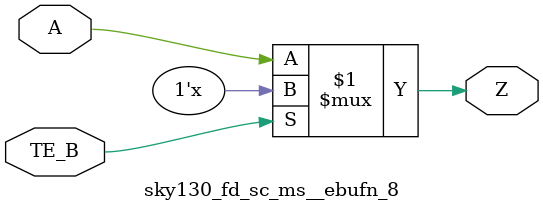
<source format=v>
/*
 * Copyright 2020 The SkyWater PDK Authors
 *
 * Licensed under the Apache License, Version 2.0 (the "License");
 * you may not use this file except in compliance with the License.
 * You may obtain a copy of the License at
 *
 *     https://www.apache.org/licenses/LICENSE-2.0
 *
 * Unless required by applicable law or agreed to in writing, software
 * distributed under the License is distributed on an "AS IS" BASIS,
 * WITHOUT WARRANTIES OR CONDITIONS OF ANY KIND, either express or implied.
 * See the License for the specific language governing permissions and
 * limitations under the License.
 *
 * SPDX-License-Identifier: Apache-2.0
*/


`ifndef SKY130_FD_SC_MS__EBUFN_8_FUNCTIONAL_V
`define SKY130_FD_SC_MS__EBUFN_8_FUNCTIONAL_V

/**
 * ebufn: Tri-state buffer, negative enable.
 *
 * Verilog simulation functional model.
 */

`timescale 1ns / 1ps
`default_nettype none

`celldefine
module sky130_fd_sc_ms__ebufn_8 (
    Z   ,
    A   ,
    TE_B
);

    // Module ports
    output Z   ;
    input  A   ;
    input  TE_B;

    //     Name     Output  Other arguments
    bufif0 bufif00 (Z     , A, TE_B        );

endmodule
`endcelldefine

`default_nettype wire
`endif  // SKY130_FD_SC_MS__EBUFN_8_FUNCTIONAL_V

</source>
